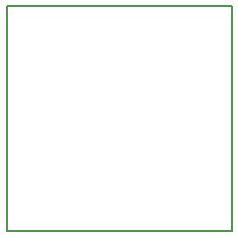
<source format=gbr>
G04 #@! TF.GenerationSoftware,KiCad,Pcbnew,(5.1.2)-1*
G04 #@! TF.CreationDate,2019-10-23T14:11:39-07:00*
G04 #@! TF.ProjectId,SparkFun-Cherry-MX-Switch-Breakout,53706172-6b46-4756-9e2d-436865727279,rev?*
G04 #@! TF.SameCoordinates,Original*
G04 #@! TF.FileFunction,Profile,NP*
%FSLAX46Y46*%
G04 Gerber Fmt 4.6, Leading zero omitted, Abs format (unit mm)*
G04 Created by KiCad (PCBNEW (5.1.2)-1) date 2019-10-23 14:11:39*
%MOMM*%
%LPD*%
G04 APERTURE LIST*
%ADD10C,0.150000*%
G04 APERTURE END LIST*
D10*
X140475000Y-109525000D02*
X140475000Y-90475000D01*
X140475000Y-90475000D02*
X159525000Y-90475000D01*
X159525000Y-90475000D02*
X159525000Y-109525000D01*
X159525000Y-109525000D02*
X140475000Y-109525000D01*
M02*

</source>
